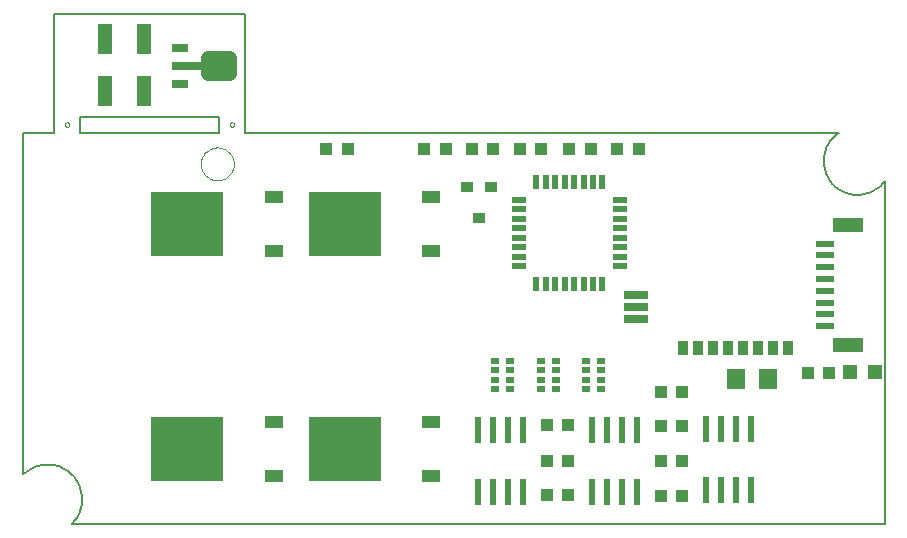
<source format=gtp>
G75*
G70*
%OFA0B0*%
%FSLAX24Y24*%
%IPPOS*%
%LPD*%
%AMOC8*
5,1,8,0,0,1.08239X$1,22.5*
%
%ADD10C,0.0000*%
%ADD11C,0.0080*%
%ADD12R,0.0394X0.0433*%
%ADD13R,0.0630X0.0709*%
%ADD14R,0.0394X0.0354*%
%ADD15R,0.0220X0.0500*%
%ADD16R,0.0500X0.0220*%
%ADD17R,0.0787X0.0276*%
%ADD18R,0.0354X0.0500*%
%ADD19R,0.0240X0.0870*%
%ADD20R,0.0610X0.0236*%
%ADD21R,0.1000X0.0480*%
%ADD22R,0.0630X0.0394*%
%ADD23R,0.2441X0.2126*%
%ADD24R,0.0472X0.0472*%
%ADD25R,0.0256X0.0197*%
%ADD26R,0.0472X0.0984*%
%ADD27R,0.0551X0.0315*%
%ADD28R,0.1000X0.0315*%
%ADD29C,0.0500*%
D10*
X006434Y012503D02*
X006436Y012550D01*
X006442Y012596D01*
X006452Y012642D01*
X006465Y012686D01*
X006483Y012730D01*
X006504Y012771D01*
X006528Y012811D01*
X006556Y012849D01*
X006587Y012884D01*
X006621Y012916D01*
X006657Y012945D01*
X006696Y012971D01*
X006736Y012994D01*
X006779Y013013D01*
X006823Y013029D01*
X006868Y013041D01*
X006914Y013049D01*
X006961Y013053D01*
X007007Y013053D01*
X007054Y013049D01*
X007100Y013041D01*
X007145Y013029D01*
X007189Y013013D01*
X007232Y012994D01*
X007272Y012971D01*
X007311Y012945D01*
X007347Y012916D01*
X007381Y012884D01*
X007412Y012849D01*
X007440Y012811D01*
X007464Y012771D01*
X007485Y012730D01*
X007503Y012686D01*
X007516Y012642D01*
X007526Y012596D01*
X007532Y012550D01*
X007534Y012503D01*
X007532Y012456D01*
X007526Y012410D01*
X007516Y012364D01*
X007503Y012320D01*
X007485Y012276D01*
X007464Y012235D01*
X007440Y012195D01*
X007412Y012157D01*
X007381Y012122D01*
X007347Y012090D01*
X007311Y012061D01*
X007272Y012035D01*
X007232Y012012D01*
X007189Y011993D01*
X007145Y011977D01*
X007100Y011965D01*
X007054Y011957D01*
X007007Y011953D01*
X006961Y011953D01*
X006914Y011957D01*
X006868Y011965D01*
X006823Y011977D01*
X006779Y011993D01*
X006736Y012012D01*
X006696Y012035D01*
X006657Y012061D01*
X006621Y012090D01*
X006587Y012122D01*
X006556Y012157D01*
X006528Y012195D01*
X006504Y012235D01*
X006483Y012276D01*
X006465Y012320D01*
X006452Y012364D01*
X006442Y012410D01*
X006436Y012456D01*
X006434Y012503D01*
X007395Y013810D02*
X007397Y013827D01*
X007402Y013843D01*
X007411Y013857D01*
X007423Y013869D01*
X007437Y013878D01*
X007453Y013883D01*
X007470Y013885D01*
X007487Y013883D01*
X007503Y013878D01*
X007517Y013869D01*
X007529Y013857D01*
X007538Y013843D01*
X007543Y013827D01*
X007545Y013810D01*
X007543Y013793D01*
X007538Y013777D01*
X007529Y013763D01*
X007517Y013751D01*
X007503Y013742D01*
X007487Y013737D01*
X007470Y013735D01*
X007453Y013737D01*
X007437Y013742D01*
X007423Y013751D01*
X007411Y013763D01*
X007402Y013777D01*
X007397Y013793D01*
X007395Y013810D01*
X001905Y013810D02*
X001907Y013827D01*
X001912Y013843D01*
X001921Y013857D01*
X001933Y013869D01*
X001947Y013878D01*
X001963Y013883D01*
X001980Y013885D01*
X001997Y013883D01*
X002013Y013878D01*
X002027Y013869D01*
X002039Y013857D01*
X002048Y013843D01*
X002053Y013827D01*
X002055Y013810D01*
X002053Y013793D01*
X002048Y013777D01*
X002039Y013763D01*
X002027Y013751D01*
X002013Y013742D01*
X001997Y013737D01*
X001980Y013735D01*
X001963Y013737D01*
X001947Y013742D01*
X001933Y013751D01*
X001921Y013763D01*
X001912Y013777D01*
X001907Y013793D01*
X001905Y013810D01*
D11*
X000510Y002150D02*
X000559Y002196D01*
X000611Y002238D01*
X000666Y002278D01*
X000722Y002314D01*
X000781Y002348D01*
X000841Y002377D01*
X000903Y002403D01*
X000966Y002426D01*
X001031Y002444D01*
X001097Y002459D01*
X001163Y002470D01*
X001230Y002477D01*
X001297Y002481D01*
X001364Y002480D01*
X001431Y002476D01*
X001498Y002467D01*
X001564Y002455D01*
X001629Y002439D01*
X001694Y002419D01*
X001757Y002395D01*
X001818Y002368D01*
X001878Y002337D01*
X001936Y002303D01*
X001992Y002266D01*
X002045Y002225D01*
X002096Y002181D01*
X002145Y002135D01*
X002191Y002086D01*
X002233Y002034D01*
X002273Y001979D01*
X002309Y001923D01*
X002343Y001864D01*
X002372Y001804D01*
X002398Y001742D01*
X002421Y001679D01*
X002439Y001614D01*
X002454Y001548D01*
X002465Y001482D01*
X002472Y001415D01*
X002476Y001348D01*
X002475Y001281D01*
X002471Y001214D01*
X002462Y001147D01*
X002450Y001081D01*
X002434Y001016D01*
X002414Y000951D01*
X002390Y000888D01*
X002363Y000827D01*
X002332Y000767D01*
X002298Y000709D01*
X002261Y000653D01*
X002220Y000600D01*
X002176Y000549D01*
X002130Y000500D01*
X029230Y000500D01*
X029230Y011930D01*
X029189Y011877D01*
X029145Y011828D01*
X029098Y011780D01*
X029049Y011736D01*
X028997Y011695D01*
X028942Y011656D01*
X028886Y011621D01*
X028827Y011590D01*
X028767Y011562D01*
X028705Y011538D01*
X028642Y011517D01*
X028578Y011500D01*
X028512Y011487D01*
X028447Y011478D01*
X028380Y011472D01*
X028314Y011471D01*
X028247Y011474D01*
X028181Y011480D01*
X028116Y011490D01*
X028051Y011505D01*
X027987Y011523D01*
X027924Y011545D01*
X027862Y011570D01*
X027803Y011599D01*
X027745Y011632D01*
X027689Y011668D01*
X027635Y011707D01*
X027584Y011749D01*
X027535Y011794D01*
X027489Y011843D01*
X027446Y011893D01*
X027406Y011946D01*
X027369Y012002D01*
X027336Y012059D01*
X027306Y012119D01*
X027280Y012180D01*
X027257Y012242D01*
X027238Y012306D01*
X027223Y012371D01*
X027211Y012436D01*
X027204Y012502D01*
X027200Y012569D01*
X027201Y012635D01*
X027205Y012701D01*
X027213Y012767D01*
X027225Y012833D01*
X027241Y012897D01*
X027261Y012961D01*
X027285Y013023D01*
X027312Y013084D01*
X027342Y013143D01*
X027377Y013200D01*
X027414Y013255D01*
X027455Y013307D01*
X027498Y013358D01*
X027545Y013405D01*
X027594Y013450D01*
X027646Y013491D01*
X027700Y013530D01*
X007910Y013530D01*
X007910Y017500D01*
X001550Y017500D01*
X001550Y013530D01*
X000500Y013530D01*
X000500Y002150D01*
X000510Y002150D01*
X002410Y013530D02*
X002410Y014070D01*
X007030Y014070D01*
X007030Y013530D01*
X002410Y013530D01*
D12*
X010615Y012985D03*
X011325Y012985D03*
X013885Y012985D03*
X014595Y012985D03*
X015465Y012985D03*
X016175Y012985D03*
X017065Y012985D03*
X017775Y012985D03*
X018715Y012985D03*
X019425Y012985D03*
X020315Y012985D03*
X021025Y012985D03*
X026665Y005545D03*
X027375Y005545D03*
X022475Y004915D03*
X021765Y004915D03*
X021765Y003765D03*
X022475Y003765D03*
X022475Y002615D03*
X021765Y002615D03*
X021765Y001445D03*
X022475Y001445D03*
X018675Y001465D03*
X017965Y001465D03*
X017965Y002605D03*
X018675Y002605D03*
X018675Y003815D03*
X017965Y003815D03*
D13*
X024274Y005335D03*
X025356Y005335D03*
D14*
X015710Y010708D03*
X015316Y011732D03*
X016104Y011732D03*
D15*
X017618Y011890D03*
X017933Y011890D03*
X018248Y011890D03*
X018563Y011890D03*
X018877Y011890D03*
X019192Y011890D03*
X019507Y011890D03*
X019822Y011890D03*
X019822Y008510D03*
X019507Y008510D03*
X019192Y008510D03*
X018877Y008510D03*
X018563Y008510D03*
X018248Y008510D03*
X017933Y008510D03*
X017618Y008510D03*
D16*
X017030Y009098D03*
X017030Y009413D03*
X017030Y009728D03*
X017030Y010043D03*
X017030Y010357D03*
X017030Y010672D03*
X017030Y010987D03*
X017030Y011302D03*
X020410Y011302D03*
X020410Y010987D03*
X020410Y010672D03*
X020410Y010357D03*
X020410Y010043D03*
X020410Y009728D03*
X020410Y009413D03*
X020410Y009098D03*
D17*
X020950Y008124D03*
X020950Y007730D03*
X020950Y007336D03*
D18*
X022520Y006380D03*
X023020Y006380D03*
X023520Y006380D03*
X024020Y006380D03*
X024520Y006380D03*
X025020Y006380D03*
X025520Y006380D03*
X026020Y006380D03*
D19*
X024770Y003680D03*
X024270Y003680D03*
X023770Y003680D03*
X023270Y003680D03*
X020970Y003630D03*
X020470Y003630D03*
X019970Y003630D03*
X019470Y003630D03*
X017170Y003630D03*
X016670Y003630D03*
X016170Y003630D03*
X015670Y003630D03*
X015670Y001570D03*
X016170Y001570D03*
X016670Y001570D03*
X017170Y001570D03*
X019470Y001570D03*
X019970Y001570D03*
X020470Y001570D03*
X020970Y001570D03*
X023270Y001620D03*
X023770Y001620D03*
X024270Y001620D03*
X024770Y001620D03*
D20*
X027226Y007092D03*
X027226Y007486D03*
X027226Y007879D03*
X027226Y008273D03*
X027226Y008667D03*
X027226Y009061D03*
X027226Y009454D03*
X027226Y009848D03*
D21*
X028020Y010460D03*
X028020Y006480D03*
D22*
X014120Y003898D03*
X014120Y002102D03*
X008860Y002102D03*
X008860Y003898D03*
X008860Y009602D03*
X008860Y011398D03*
X014110Y011398D03*
X014110Y009602D03*
D23*
X011236Y010500D03*
X005986Y010500D03*
X005986Y003000D03*
X011246Y003000D03*
D24*
X028077Y005550D03*
X028903Y005550D03*
D25*
X019776Y005627D03*
X019776Y005313D03*
X019284Y005313D03*
X019284Y005627D03*
X019284Y005942D03*
X019776Y005942D03*
X019776Y004998D03*
X019284Y004998D03*
X018276Y004998D03*
X017784Y004998D03*
X017784Y005313D03*
X017784Y005627D03*
X018276Y005627D03*
X018276Y005313D03*
X018276Y005942D03*
X017784Y005942D03*
X016726Y005942D03*
X016726Y005627D03*
X016726Y005313D03*
X016726Y004998D03*
X016234Y004998D03*
X016234Y005313D03*
X016234Y005627D03*
X016234Y005942D03*
D26*
X004530Y014920D03*
X003230Y014920D03*
X003230Y016670D03*
X004530Y016670D03*
D27*
X005750Y016360D03*
X005750Y015770D03*
X005750Y015180D03*
D28*
X005975Y015770D03*
D29*
X006680Y015520D02*
X007380Y015520D01*
X006680Y015520D02*
X006680Y016020D01*
X007380Y016020D01*
X007380Y015520D01*
X007380Y016019D02*
X006680Y016019D01*
M02*

</source>
